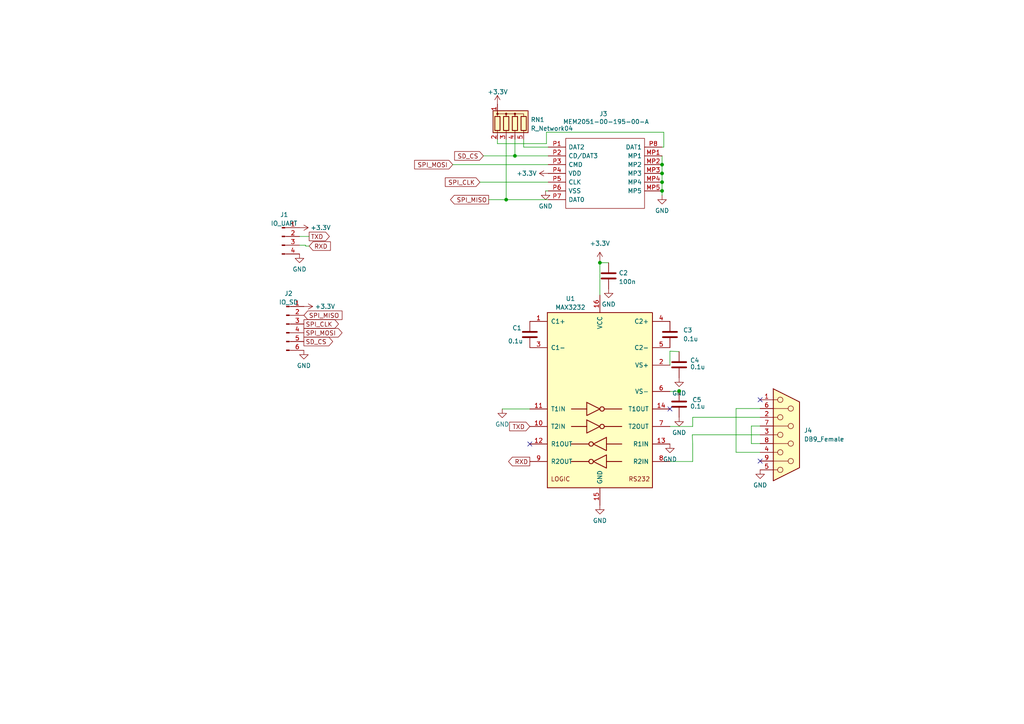
<source format=kicad_sch>
(kicad_sch (version 20211123) (generator eeschema)
  (paper "A4")
  (lib_symbols
    (symbol "Connector:Conn_01x04_Male" (pin_names (offset 1.016) hide)
      (property "Reference" "J" (at 0 5.08 0))
      (property "Value" "Conn_01x04_Male" (at 0 -7.62 0))
      (symbol "Conn_01x04_Male_1_1"
        (polyline (pts (xy 1.27 -5.08) (xy 0.8636 -5.08)) (stroke (width 0.1524)))
        (polyline (pts (xy 1.27 -2.54) (xy 0.8636 -2.54)) (stroke (width 0.1524)))
        (polyline (pts (xy 1.27 0) (xy 0.8636 0)) (stroke (width 0.1524)))
        (polyline (pts (xy 1.27 2.54) (xy 0.8636 2.54)) (stroke (width 0.1524)))
        (rectangle (start 0.8636 -4.953) (end 0 -5.207) (stroke (width 0.1524)) (fill (type outline)))
        (rectangle (start 0.8636 -2.413) (end 0 -2.667) (stroke (width 0.1524)) (fill (type outline)))
        (rectangle (start 0.8636 0.127) (end 0 -0.127) (stroke (width 0.1524)) (fill (type outline)))
        (rectangle (start 0.8636 2.667) (end 0 2.413) (stroke (width 0.1524)) (fill (type outline)))
        (pin passive line (at 5.08 2.54 180) (length 3.81) (name "Pin_1") (number "1"))
        (pin passive line (at 5.08 0 180) (length 3.81) (name "Pin_2") (number "2"))
        (pin passive line (at 5.08 -2.54 180) (length 3.81) (name "Pin_3") (number "3"))
        (pin passive line (at 5.08 -5.08 180) (length 3.81) (name "Pin_4") (number "4"))
      )
    )
    (symbol "Connector:Conn_01x06_Male" (pin_names (offset 1.016) hide)
      (property "Reference" "J" (at 0 7.62 0))
      (property "Value" "Conn_01x06_Male" (at 0 -10.16 0))
      (symbol "Conn_01x06_Male_1_1"
        (polyline (pts (xy 1.27 -7.62) (xy 0.8636 -7.62)) (stroke (width 0.1524)))
        (polyline (pts (xy 1.27 -5.08) (xy 0.8636 -5.08)) (stroke (width 0.1524)))
        (polyline (pts (xy 1.27 -2.54) (xy 0.8636 -2.54)) (stroke (width 0.1524)))
        (polyline (pts (xy 1.27 0) (xy 0.8636 0)) (stroke (width 0.1524)))
        (polyline (pts (xy 1.27 2.54) (xy 0.8636 2.54)) (stroke (width 0.1524)))
        (polyline (pts (xy 1.27 5.08) (xy 0.8636 5.08)) (stroke (width 0.1524)))
        (rectangle (start 0.8636 -7.493) (end 0 -7.747) (stroke (width 0.1524)) (fill (type outline)))
        (rectangle (start 0.8636 -4.953) (end 0 -5.207) (stroke (width 0.1524)) (fill (type outline)))
        (rectangle (start 0.8636 -2.413) (end 0 -2.667) (stroke (width 0.1524)) (fill (type outline)))
        (rectangle (start 0.8636 0.127) (end 0 -0.127) (stroke (width 0.1524)) (fill (type outline)))
        (rectangle (start 0.8636 2.667) (end 0 2.413) (stroke (width 0.1524)) (fill (type outline)))
        (rectangle (start 0.8636 5.207) (end 0 4.953) (stroke (width 0.1524)) (fill (type outline)))
        (pin passive line (at 5.08 5.08 180) (length 3.81) (name "Pin_1") (number "1"))
        (pin passive line (at 5.08 2.54 180) (length 3.81) (name "Pin_2") (number "2"))
        (pin passive line (at 5.08 0 180) (length 3.81) (name "Pin_3") (number "3"))
        (pin passive line (at 5.08 -2.54 180) (length 3.81) (name "Pin_4") (number "4"))
        (pin passive line (at 5.08 -5.08 180) (length 3.81) (name "Pin_5") (number "5"))
        (pin passive line (at 5.08 -7.62 180) (length 3.81) (name "Pin_6") (number "6"))
      )
    )
    (symbol "Connector:DB9_Female" (pin_names (offset 1.016) hide)
      (property "Reference" "J" (at 0 13.97 0))
      (property "Value" "DB9_Female" (at 0 -14.605 0))
      (symbol "DB9_Female_0_1"
        (circle (center -1.778 -10.16) (radius 0.762))
        (circle (center -1.778 -5.08) (radius 0.762))
        (circle (center -1.778 0) (radius 0.762))
        (circle (center -1.778 5.08) (radius 0.762))
        (circle (center -1.778 10.16) (radius 0.762))
        (polyline (pts (xy -3.81 -10.16) (xy -2.54 -10.16)))
        (polyline (pts (xy -3.81 -7.62) (xy 0.508 -7.62)))
        (polyline (pts (xy -3.81 -5.08) (xy -2.54 -5.08)))
        (polyline (pts (xy -3.81 -2.54) (xy 0.508 -2.54)))
        (polyline (pts (xy -3.81 0) (xy -2.54 0)))
        (polyline (pts (xy -3.81 2.54) (xy 0.508 2.54)))
        (polyline (pts (xy -3.81 5.08) (xy -2.54 5.08)))
        (polyline (pts (xy -3.81 7.62) (xy 0.508 7.62)))
        (polyline (pts (xy -3.81 10.16) (xy -2.54 10.16)))
        (polyline (pts (xy -3.81 13.335) (xy -3.81 -13.335) (xy 3.81 -9.525) (xy 3.81 9.525) (xy -3.81 13.335)) (stroke (width 0.254)) (fill (type background)))
        (circle (center 1.27 -7.62) (radius 0.762))
        (circle (center 1.27 -2.54) (radius 0.762))
        (circle (center 1.27 2.54) (radius 0.762))
        (circle (center 1.27 7.62) (radius 0.762))
      )
      (symbol "DB9_Female_1_1"
        (pin passive line (at -7.62 10.16 0) (length 3.81) (name "1") (number "1"))
        (pin passive line (at -7.62 5.08 0) (length 3.81) (name "2") (number "2"))
        (pin passive line (at -7.62 0 0) (length 3.81) (name "3") (number "3"))
        (pin passive line (at -7.62 -5.08 0) (length 3.81) (name "4") (number "4"))
        (pin passive line (at -7.62 -10.16 0) (length 3.81) (name "5") (number "5"))
        (pin passive line (at -7.62 7.62 0) (length 3.81) (name "6") (number "6"))
        (pin passive line (at -7.62 2.54 0) (length 3.81) (name "7") (number "7"))
        (pin passive line (at -7.62 -2.54 0) (length 3.81) (name "8") (number "8"))
        (pin passive line (at -7.62 -7.62 0) (length 3.81) (name "9") (number "9"))
      )
    )
    (symbol "Device:C" (pin_numbers hide) (pin_names (offset 0.254))
      (property "Reference" "C" (at 0.635 2.54 0))
      (property "Value" "C" (at 0.635 -2.54 0))
      (symbol "C_0_1"
        (polyline (pts (xy -2.032 -0.762) (xy 2.032 -0.762)) (stroke (width 0.508)))
        (polyline (pts (xy -2.032 0.762) (xy 2.032 0.762)) (stroke (width 0.508)))
      )
      (symbol "C_1_1"
        (pin passive line (at 0 3.81 270) (length 2.794) (name "~") (number "1"))
        (pin passive line (at 0 -3.81 90) (length 2.794) (name "~") (number "2"))
      )
    )
    (symbol "Device:R_Network04" (pin_names (offset 0) hide)
      (property "Reference" "RN" (at -7.62 0 90))
      (property "Value" "R_Network04" (at 5.08 0 90))
      (symbol "R_Network04_0_1"
        (rectangle (start -6.35 -3.175) (end 3.81 3.175) (stroke (width 0.254)) (fill (type background)))
        (rectangle (start -5.842 1.524) (end -4.318 -2.54) (stroke (width 0.254)))
        (circle (center -5.08 2.286) (radius 0.254) (fill (type outline)))
        (rectangle (start -3.302 1.524) (end -1.778 -2.54) (stroke (width 0.254)))
        (circle (center -2.54 2.286) (radius 0.254) (fill (type outline)))
        (rectangle (start -0.762 1.524) (end 0.762 -2.54) (stroke (width 0.254)))
        (polyline (pts (xy -5.08 -2.54) (xy -5.08 -3.81)))
        (polyline (pts (xy -2.54 -2.54) (xy -2.54 -3.81)))
        (polyline (pts (xy 0 -2.54) (xy 0 -3.81)))
        (polyline (pts (xy 2.54 -2.54) (xy 2.54 -3.81)))
        (polyline (pts (xy -5.08 1.524) (xy -5.08 2.286) (xy -2.54 2.286) (xy -2.54 1.524)))
        (polyline (pts (xy -2.54 1.524) (xy -2.54 2.286) (xy 0 2.286) (xy 0 1.524)))
        (polyline (pts (xy 0 1.524) (xy 0 2.286) (xy 2.54 2.286) (xy 2.54 1.524)))
        (circle (center 0 2.286) (radius 0.254) (fill (type outline)))
        (rectangle (start 1.778 1.524) (end 3.302 -2.54) (stroke (width 0.254)))
      )
      (symbol "R_Network04_1_1"
        (pin passive line (at -5.08 5.08 270) (length 2.54) (name "common") (number "1"))
        (pin passive line (at -5.08 -5.08 90) (length 1.27) (name "R1") (number "2"))
        (pin passive line (at -2.54 -5.08 90) (length 1.27) (name "R2") (number "3"))
        (pin passive line (at 0 -5.08 90) (length 1.27) (name "R3") (number "4"))
        (pin passive line (at 2.54 -5.08 90) (length 1.27) (name "R4") (number "5"))
      )
    )
    (symbol "Interface_UART:MAX3232" (pin_names (offset 1.016))
      (property "Reference" "U" (at -2.54 28.575 0))
      (property "Value" "MAX3232" (at -2.54 26.67 0))
      (symbol "MAX3232_0_0"
        (text "LOGIC" (at -11.43 -22.86 0) (effects (font (size 1.27 1.27))))
        (text "RS232" (at 11.43 -22.86 0) (effects (font (size 1.27 1.27))))
      )
      (symbol "MAX3232_0_1"
        (rectangle (start -15.24 -25.4) (end 15.24 25.4) (stroke (width 0.254)) (fill (type background)))
        (circle (center -2.54 -17.78) (radius 0.635) (stroke (width 0.254)))
        (circle (center -2.54 -12.7) (radius 0.635) (stroke (width 0.254)))
        (polyline (pts (xy -3.81 -7.62) (xy -8.255 -7.62)) (stroke (width 0.254)))
        (polyline (pts (xy -3.81 -2.54) (xy -8.255 -2.54)) (stroke (width 0.254)))
        (polyline (pts (xy -3.175 -17.78) (xy -8.255 -17.78)) (stroke (width 0.254)))
        (polyline (pts (xy -3.175 -12.7) (xy -8.255 -12.7)) (stroke (width 0.254)))
        (polyline (pts (xy 1.27 -7.62) (xy 6.35 -7.62)) (stroke (width 0.254)))
        (polyline (pts (xy 1.27 -2.54) (xy 6.35 -2.54)) (stroke (width 0.254)))
        (polyline (pts (xy 1.905 -17.78) (xy 6.35 -17.78)) (stroke (width 0.254)))
        (polyline (pts (xy 1.905 -12.7) (xy 6.35 -12.7)) (stroke (width 0.254)))
        (polyline (pts (xy -3.81 -5.715) (xy -3.81 -9.525) (xy 0 -7.62) (xy -3.81 -5.715)) (stroke (width 0.254)))
        (polyline (pts (xy -3.81 -0.635) (xy -3.81 -4.445) (xy 0 -2.54) (xy -3.81 -0.635)) (stroke (width 0.254)))
        (polyline (pts (xy 1.905 -15.875) (xy 1.905 -19.685) (xy -1.905 -17.78) (xy 1.905 -15.875)) (stroke (width 0.254)))
        (polyline (pts (xy 1.905 -10.795) (xy 1.905 -14.605) (xy -1.905 -12.7) (xy 1.905 -10.795)) (stroke (width 0.254)))
        (circle (center 0.635 -7.62) (radius 0.635) (stroke (width 0.254)))
        (circle (center 0.635 -2.54) (radius 0.635) (stroke (width 0.254)))
      )
      (symbol "MAX3232_1_1"
        (pin passive line (at -20.32 22.86 0) (length 5.08) (name "C1+") (number "1"))
        (pin input line (at -20.32 -7.62 0) (length 5.08) (name "T2IN") (number "10"))
        (pin input line (at -20.32 -2.54 0) (length 5.08) (name "T1IN") (number "11"))
        (pin output line (at -20.32 -12.7 0) (length 5.08) (name "R1OUT") (number "12"))
        (pin input line (at 20.32 -12.7 180) (length 5.08) (name "R1IN") (number "13"))
        (pin output line (at 20.32 -2.54 180) (length 5.08) (name "T1OUT") (number "14"))
        (pin power_in line (at 0 -30.48 90) (length 5.08) (name "GND") (number "15"))
        (pin power_in line (at 0 30.48 270) (length 5.08) (name "VCC") (number "16"))
        (pin power_out line (at 20.32 10.16 180) (length 5.08) (name "VS+") (number "2"))
        (pin passive line (at -20.32 15.24 0) (length 5.08) (name "C1-") (number "3"))
        (pin passive line (at 20.32 22.86 180) (length 5.08) (name "C2+") (number "4"))
        (pin passive line (at 20.32 15.24 180) (length 5.08) (name "C2-") (number "5"))
        (pin power_out line (at 20.32 2.54 180) (length 5.08) (name "VS-") (number "6"))
        (pin output line (at 20.32 -7.62 180) (length 5.08) (name "T2OUT") (number "7"))
        (pin input line (at 20.32 -17.78 180) (length 5.08) (name "R2IN") (number "8"))
        (pin output line (at -20.32 -17.78 0) (length 5.08) (name "R2OUT") (number "9"))
      )
    )
    (symbol "MEM2051:MEM2051-00-195-00-A" (pin_names (offset 0.762))
      (property "Reference" "J" (at 29.21 7.62 0))
      (property "Value" "MEM2051-00-195-00-A" (at 29.21 5.08 0))
      (symbol "MEM2051-00-195-00-A_0_0"
        (pin passive line (at 33.02 -2.54 180) (length 5.08) (name "MP1") (number "MP1"))
        (pin passive line (at 33.02 -5.08 180) (length 5.08) (name "MP2") (number "MP2"))
        (pin passive line (at 33.02 -7.62 180) (length 5.08) (name "MP3") (number "MP3"))
        (pin passive line (at 33.02 -10.16 180) (length 5.08) (name "MP4") (number "MP4"))
        (pin passive line (at 33.02 -12.7 180) (length 5.08) (name "MP5") (number "MP5"))
        (pin passive line (at 0 0 0) (length 5.08) (name "DAT2") (number "P1"))
        (pin passive line (at 0 -2.54 0) (length 5.08) (name "CD/DAT3") (number "P2"))
        (pin passive line (at 0 -5.08 0) (length 5.08) (name "CMD") (number "P3"))
        (pin passive line (at 0 -7.62 0) (length 5.08) (name "VDD") (number "P4"))
        (pin passive line (at 0 -10.16 0) (length 5.08) (name "CLK") (number "P5"))
        (pin passive line (at 0 -12.7 0) (length 5.08) (name "VSS") (number "P6"))
        (pin passive line (at 0 -15.24 0) (length 5.08) (name "DAT0") (number "P7"))
        (pin passive line (at 33.02 0 180) (length 5.08) (name "DAT1") (number "P8"))
      )
      (symbol "MEM2051-00-195-00-A_0_1"
        (polyline (pts (xy 5.08 2.54) (xy 27.94 2.54) (xy 27.94 -17.78) (xy 5.08 -17.78) (xy 5.08 2.54)) (stroke (width 0.1524)))
      )
    )
    (symbol "power:+3.3V" (power) (pin_names (offset 0))
      (property "Value" "+3.3V" (at 0 3.556 0))
      (symbol "+3.3V_0_1"
        (polyline (pts (xy -0.762 1.27) (xy 0 2.54)))
        (polyline (pts (xy 0 0) (xy 0 2.54)))
        (polyline (pts (xy 0 2.54) (xy 0.762 1.27)))
      )
      (symbol "+3.3V_1_1"
        (pin power_in line (at 0 0 90) (length 0) hide (name "+3.3V") (number "1"))
      )
    )
    (symbol "power:GND" (power) (pin_names (offset 0))
      (property "Value" "GND" (at 0 -3.81 0))
      (symbol "GND_0_1"
        (polyline (pts (xy 0 0) (xy 0 -1.27) (xy 1.27 -1.27) (xy 0 -2.54) (xy -1.27 -1.27) (xy 0 -1.27)))
      )
      (symbol "GND_1_1"
        (pin power_in line (at 0 0 270) (length 0) hide (name "GND") (number "1"))
      )
    )
  )
  (junction (at 192.024 47.752))
  (junction (at 146.812 57.912))
  (junction (at 192.024 52.832))
  (junction (at 192.024 50.292))
  (junction (at 149.352 45.212))
  (junction (at 173.99 76.2))
  (junction (at 192.024 55.372))
  (junction (at 196.977 113.411))
  (no_connect (at 220.472 133.731))
  (no_connect (at 153.67 128.778))
  (no_connect (at 194.31 118.618))
  (no_connect (at 220.472 115.951))
  (wire (pts (xy 192.024 42.672) (xy 192.532 42.672)))
  (wire (pts (xy 173.99 76.2) (xy 173.99 85.598)))
  (wire (pts (xy 86.868 71.12) (xy 88.646 71.12)))
  (wire (pts (xy 144.272 41.656) (xy 144.272 40.386)))
  (wire (pts (xy 158.496 38.354) (xy 192.532 38.354)))
  (wire (pts (xy 158.496 38.354) (xy 158.496 41.656)))
  (wire (pts (xy 194.31 101.854) (xy 194.31 105.918)))
  (wire (pts (xy 151.892 42.672) (xy 151.892 40.386)))
  (wire (pts (xy 196.85 113.538) (xy 196.977 113.411)))
  (wire (pts (xy 88.646 71.374) (xy 89.662 71.374)))
  (wire (pts (xy 192.024 52.832) (xy 192.024 55.372)))
  (wire (pts (xy 194.31 123.698) (xy 200.914 123.698)))
  (wire (pts (xy 220.472 118.491) (xy 213.487 118.491)))
  (wire (pts (xy 192.024 50.292) (xy 192.024 52.832)))
  (wire (pts (xy 200.914 133.858) (xy 194.31 133.858)))
  (wire (pts (xy 217.932 128.651) (xy 220.472 128.651)))
  (wire (pts (xy 159.004 42.672) (xy 151.892 42.672)))
  (wire (pts (xy 194.31 113.538) (xy 196.85 113.538)))
  (wire (pts (xy 145.669 118.618) (xy 153.67 118.618)))
  (wire (pts (xy 141.732 57.912) (xy 146.812 57.912)))
  (wire (pts (xy 146.812 40.386) (xy 146.812 57.912)))
  (wire (pts (xy 192.024 45.212) (xy 192.024 47.752)))
  (wire (pts (xy 159.004 55.372) (xy 158.242 55.372)))
  (wire (pts (xy 192.024 47.752) (xy 192.024 50.292)))
  (wire (pts (xy 200.787 126.111) (xy 220.472 126.111)))
  (wire (pts (xy 158.496 41.656) (xy 144.272 41.656)))
  (wire (pts (xy 213.487 118.491) (xy 213.487 131.191)))
  (wire (pts (xy 173.99 75.692) (xy 173.99 76.2)))
  (wire (pts (xy 200.914 121.031) (xy 220.472 121.031)))
  (wire (pts (xy 139.192 52.832) (xy 159.004 52.832)))
  (wire (pts (xy 220.472 123.571) (xy 217.932 123.571)))
  (wire (pts (xy 146.812 57.912) (xy 159.004 57.912)))
  (wire (pts (xy 192.024 55.372) (xy 192.024 56.642)))
  (wire (pts (xy 200.787 126.111) (xy 200.914 128.778)))
  (wire (pts (xy 88.646 71.12) (xy 88.646 71.374)))
  (wire (pts (xy 192.532 38.354) (xy 192.532 42.672)))
  (wire (pts (xy 173.99 76.2) (xy 176.53 76.2)))
  (wire (pts (xy 200.914 128.778) (xy 200.914 133.858)))
  (wire (pts (xy 86.868 68.58) (xy 89.662 68.58)))
  (wire (pts (xy 200.914 121.031) (xy 200.914 123.698)))
  (wire (pts (xy 217.932 123.571) (xy 217.932 128.651)))
  (wire (pts (xy 140.208 45.212) (xy 149.352 45.212)))
  (wire (pts (xy 213.487 131.191) (xy 220.472 131.191)))
  (wire (pts (xy 149.352 40.386) (xy 149.352 45.212)))
  (wire (pts (xy 149.352 45.212) (xy 159.004 45.212)))
  (wire (pts (xy 194.31 101.854) (xy 196.977 101.981)))
  (wire (pts (xy 131.318 47.752) (xy 159.004 47.752)))
  (global_label "TXD" (shape input) (at 153.67 123.698 180) (property "Intersheet-verwijzingen" "${INTERSHEET_REFS}" (effects hide)))
  (global_label "SD_CS" (shape input) (at 140.208 45.212 180) (property "Intersheet-verwijzingen" "${INTERSHEET_REFS}" (effects hide)))
  (global_label "SPI_CLK" (shape output) (at 88.138 93.98 0) (property "Intersheet-verwijzingen" "${INTERSHEET_REFS}" (effects hide)))
  (global_label "RXD" (shape output) (at 153.67 133.858 180) (property "Intersheet-verwijzingen" "${INTERSHEET_REFS}" (effects hide)))
  (global_label "SPI_MOSI" (shape input) (at 131.318 47.752 180) (property "Intersheet-verwijzingen" "${INTERSHEET_REFS}" (effects hide)))
  (global_label "TXD" (shape output) (at 89.662 68.58 0) (property "Intersheet-verwijzingen" "${INTERSHEET_REFS}" (effects hide)))
  (global_label "SPI_MISO" (shape output) (at 141.732 57.912 180) (property "Intersheet-verwijzingen" "${INTERSHEET_REFS}" (effects hide)))
  (global_label "RXD" (shape input) (at 89.662 71.374 0) (property "Intersheet-verwijzingen" "${INTERSHEET_REFS}" (effects hide)))
  (global_label "SPI_CLK" (shape input) (at 139.192 52.832 180) (property "Intersheet-verwijzingen" "${INTERSHEET_REFS}" (effects hide)))
  (global_label "SPI_MISO" (shape input) (at 88.138 91.44 0) (property "Intersheet-verwijzingen" "${INTERSHEET_REFS}" (effects hide)))
  (global_label "SD_CS" (shape output) (at 88.138 99.06 0) (property "Intersheet-verwijzingen" "${INTERSHEET_REFS}" (effects hide)))
  (global_label "SPI_MOSI" (shape output) (at 88.138 96.52 0) (property "Intersheet-verwijzingen" "${INTERSHEET_REFS}" (effects hide)))
  (symbol (lib_id "power:+3.3V") (at 159.004 50.292 90) (unit 1)
    (property "Reference" "#PWR012" (effects hide))
    (property "Value" "+3.3V" (at 155.702 50.292 90) (effects (justify left)))
  )
  (symbol (lib_id "power:GND") (at 173.99 146.558 0) (unit 1)
    (property "Reference" "#PWR014" (effects hide))
    (property "Value" "GND" (at 173.99 151.003 0))
  )
  (symbol (lib_id "power:GND") (at 158.242 55.372 0) (unit 1)
    (property "Reference" "#PWR06" (effects hide))
    (property "Value" "GND" (at 158.242 59.817 0))
  )
  (symbol (lib_id "power:+3.3V") (at 88.138 88.9 270) (unit 1)
    (property "Reference" "#PWR03" (effects hide))
    (property "Value" "+3.3V" (at 91.313 88.9001 90) (effects (justify left)))
  )
  (symbol (lib_id "power:GND") (at 192.024 56.642 0) (unit 1)
    (property "Reference" "#PWR016" (effects hide))
    (property "Value" "GND" (at 192.024 61.087 0))
  )
  (symbol (lib_id "MEM2051:MEM2051-00-195-00-A") (at 159.004 42.672 0) (unit 1)
    (property "Reference" "J3" (at 175.006 33.02 0))
    (property "Value" "MEM2051-00-195-00-A" (at 175.768 35.306 0))
    (property "Footprint" "MEM2051:MEM20510019500A" (effects hide))
    (property "Datasheet" "https://gct.co/files/drawings/mem2051.pdf" (effects hide))
    (property "Description" "MICRO SD PUSH PUSH, OPEN, SMT, 1" (effects hide))
    (property "Height" "2.05" (effects hide))
    (property "Manufacturer_Name" "GCT (GLOBAL CONNECTOR TECHNOLOGY)" (effects hide))
    (property "Manufacturer_Part_Number" "MEM2051-00-195-00-A" (effects hide))
    (property "Mouser Part Number" "640-MEM20510019500A" (effects hide))
    (property "Mouser Price/Stock" "https://www.mouser.co.uk/ProductDetail/GCT/MEM2051-00-195-00-A?qs=KUoIvG%2F9Ilat7yfJRNWXUQ%3D%3D" (effects hide))
  )
  (symbol (lib_id "power:+3.3V") (at 173.99 75.692 0) (unit 1)
    (property "Reference" "#PWR013" (effects hide))
    (property "Value" "+3.3V" (at 173.99 70.612 0))
  )
  (symbol (lib_id "Device:C") (at 153.67 97.028 0) (unit 1)
    (property "Reference" "C1" (at 148.59 95.123 0) (effects (justify left)))
    (property "Value" "0.1u" (at 147.32 98.933 0) (effects (justify left)))
    (property "Footprint" "Capacitor_SMD:C_0603_1608Metric_Pad1.08x0.95mm_HandSolder" (effects hide))
  )
  (symbol (lib_id "power:GND") (at 194.31 128.778 0) (unit 1)
    (property "Reference" "#PWR017" (effects hide))
    (property "Value" "GND" (at 194.31 133.223 0))
  )
  (symbol (lib_id "Device:C") (at 196.977 105.791 180) (unit 1)
    (property "Reference" "C4" (at 200.152 104.5209 0) (effects (justify right)))
    (property "Value" "0.1u" (at 200.152 106.426 0) (effects (justify right)))
    (property "Footprint" "Capacitor_SMD:C_0603_1608Metric_Pad1.08x0.95mm_HandSolder" (effects hide))
  )
  (symbol (lib_id "Device:C") (at 194.31 97.028 0) (unit 1)
    (property "Reference" "C3" (at 198.12 95.7579 0) (effects (justify left)))
    (property "Value" "0.1u" (at 198.12 98.2979 0) (effects (justify left)))
    (property "Footprint" "Capacitor_SMD:C_0603_1608Metric_Pad1.08x0.95mm_HandSolder" (effects hide))
  )
  (symbol (lib_id "Device:C") (at 176.53 80.01 0) (unit 1)
    (property "Reference" "C2" (at 179.451 79.1753 0) (effects (justify left)))
    (property "Value" "100n" (at 179.451 81.7122 0) (effects (justify left)))
    (property "Footprint" "Capacitor_SMD:C_0603_1608Metric_Pad1.08x0.95mm_HandSolder" (effects hide))
  )
  (symbol (lib_id "Connector:Conn_01x06_Male") (at 83.058 93.98 0) (unit 1)
    (property "Reference" "J2" (at 83.693 85.124 0))
    (property "Value" "IO_SD" (at 83.693 87.6609 0))
    (property "Footprint" "Connector_PinHeader_2.54mm:PinHeader_1x06_P2.54mm_Horizontal" (effects hide))
  )
  (symbol (lib_id "Connector:Conn_01x04_Male") (at 81.788 68.58 0) (unit 1)
    (property "Reference" "J1" (at 82.423 62.264 0))
    (property "Value" "IO_UART" (at 82.423 64.8009 0))
    (property "Footprint" "Connector_PinHeader_2.54mm:PinHeader_1x04_P2.54mm_Horizontal" (effects hide))
  )
  (symbol (lib_id "power:+3.3V") (at 144.272 30.226 0) (unit 1)
    (property "Reference" "#PWR05" (effects hide))
    (property "Value" "+3.3V" (at 141.4019 26.67 0) (effects (justify left)))
  )
  (symbol (lib_id "power:GND") (at 176.53 83.82 0) (unit 1)
    (property "Reference" "#PWR015" (effects hide))
    (property "Value" "GND" (at 176.53 88.265 0))
  )
  (symbol (lib_id "power:GND") (at 86.868 73.66 0) (unit 1)
    (property "Reference" "#PWR02" (effects hide))
    (property "Value" "GND" (at 86.868 78.105 0))
  )
  (symbol (lib_id "power:GND") (at 196.977 121.031 0) (unit 1)
    (property "Reference" "#PWR019" (effects hide))
    (property "Value" "GND" (at 196.977 125.476 0))
  )
  (symbol (lib_id "power:GND") (at 145.669 118.618 0) (unit 1)
    (property "Reference" "#PWR07" (effects hide))
    (property "Value" "GND" (at 145.669 123.063 0))
  )
  (symbol (lib_id "power:GND") (at 196.977 109.601 0) (unit 1)
    (property "Reference" "#PWR018" (effects hide))
    (property "Value" "GND" (at 196.977 114.046 0))
  )
  (symbol (lib_id "Interface_UART:MAX3232") (at 173.99 116.078 0) (unit 1)
    (property "Reference" "U1" (at 164.084 86.614 0) (effects (justify left)))
    (property "Value" "MAX3232" (at 161.036 89.154 0) (effects (justify left)))
    (property "Footprint" "Package_SO:TSSOP-16_4.4x5mm_P0.65mm" (effects hide))
    (property "Datasheet" "https://datasheets.maximintegrated.com/en/ds/MAX3222-MAX3241.pdf" (effects hide))
  )
  (symbol (lib_id "power:+3.3V") (at 86.868 66.04 270) (unit 1)
    (property "Reference" "#PWR01" (effects hide))
    (property "Value" "+3.3V" (at 90.043 66.0401 90) (effects (justify left)))
  )
  (symbol (lib_id "power:GND") (at 220.472 136.271 0) (unit 1)
    (property "Reference" "#PWR021" (effects hide))
    (property "Value" "GND" (at 220.472 140.716 0))
  )
  (symbol (lib_id "Connector:DB9_Female") (at 228.092 126.111 0) (unit 1)
    (property "Reference" "J4" (at 233.172 124.8409 0) (effects (justify left)))
    (property "Value" "DB9_Female" (at 233.172 127.3809 0) (effects (justify left)))
    (property "Footprint" "G17C0900132EU:G17C0900132EU" (effects hide))
    (property "Datasheet" " ~" (effects hide))
  )
  (symbol (lib_id "power:GND") (at 88.138 101.6 0) (unit 1)
    (property "Reference" "#PWR04" (effects hide))
    (property "Value" "GND" (at 88.138 106.045 0))
  )
  (symbol (lib_id "Device:R_Network04") (at 149.352 35.306 0) (unit 1)
    (property "Reference" "RN1" (at 153.924 34.7253 0) (effects (justify left)))
    (property "Value" "R_Network04" (at 153.924 37.2622 0) (effects (justify left)))
    (property "Footprint" "Resistor_THT:R_Array_SIP5" (effects hide))
    (property "Datasheet" "http://www.vishay.com/docs/31509/csc.pdf" (effects hide))
  )
  (symbol (lib_id "Device:C") (at 196.977 117.221 0) (unit 1)
    (property "Reference" "C5" (at 200.787 115.951 0) (effects (justify left)))
    (property "Value" "0.1u" (at 200.152 117.856 0) (effects (justify left)))
    (property "Footprint" "Capacitor_SMD:C_0603_1608Metric_Pad1.08x0.95mm_HandSolder" (effects hide))
  )
)
</source>
